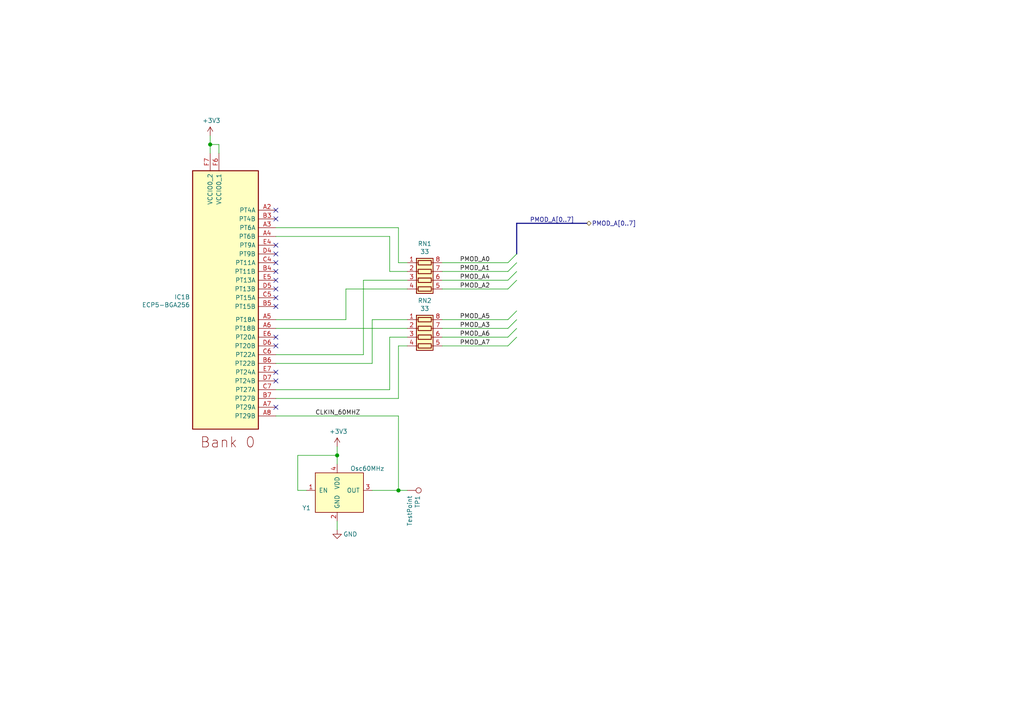
<source format=kicad_sch>
(kicad_sch (version 20210621) (generator eeschema)
  (paper "A4")
  (title_block (title "LUNA: Clock and PMOD") (date "2021-03-10") (rev "r0") (company "Copyright 2019-2021 Great Scott Gadgets") (comment 1 "Katherine J. Temkin") (comment 3 "Licensed under the CERN-OHL-P v2"))
  (lib_symbols
    (symbol "Connector:TestPoint" (pin_numbers hide) (pin_names (offset 0.762) hide)
      (property "Reference" "TP" (at 0 6.858 0))
      (property "Value" "TestPoint" (at 0 5.08 0))
      (symbol "TestPoint_0_1"
        (circle (center 0 3.302) (radius 0.762))
      )
      (symbol "TestPoint_1_1"
        (pin passive line (at 0 0 90) (length 2.54) (name "1") (number "1"))
      )
    )
    (symbol "Device:R_Pack04" (pin_names (offset 0) hide)
      (property "Reference" "RN" (at -7.62 0 90))
      (property "Value" "R_Pack04" (at 5.08 0 90))
      (symbol "R_Pack04_0_1"
        (rectangle (start -5.715 1.905) (end -4.445 -1.905) (stroke (width 0.254)))
        (rectangle (start -3.175 1.905) (end -1.905 -1.905) (stroke (width 0.254)))
        (rectangle (start -0.635 1.905) (end 0.635 -1.905) (stroke (width 0.254)))
        (rectangle (start 1.905 1.905) (end 3.175 -1.905) (stroke (width 0.254)))
        (rectangle (start -6.35 -2.413) (end 3.81 2.413) (stroke (width 0.254)) (fill (type background)))
        (polyline (pts (xy -5.08 -2.54) (xy -5.08 -1.905)))
        (polyline (pts (xy -5.08 1.905) (xy -5.08 2.54)))
        (polyline (pts (xy -2.54 -2.54) (xy -2.54 -1.905)))
        (polyline (pts (xy -2.54 1.905) (xy -2.54 2.54)))
        (polyline (pts (xy 0 -2.54) (xy 0 -1.905)))
        (polyline (pts (xy 0 1.905) (xy 0 2.54)))
        (polyline (pts (xy 2.54 -2.54) (xy 2.54 -1.905)))
        (polyline (pts (xy 2.54 1.905) (xy 2.54 2.54)))
      )
      (symbol "R_Pack04_1_1"
        (pin passive line (at -5.08 -5.08 90) (length 2.54) (name "R1.1") (number "1"))
        (pin passive line (at -2.54 -5.08 90) (length 2.54) (name "R2.1") (number "2"))
        (pin passive line (at 0 -5.08 90) (length 2.54) (name "R3.1") (number "3"))
        (pin passive line (at 2.54 -5.08 90) (length 2.54) (name "R4.1") (number "4"))
        (pin passive line (at 2.54 5.08 270) (length 2.54) (name "R4.2") (number "5"))
        (pin passive line (at 0 5.08 270) (length 2.54) (name "R3.2") (number "6"))
        (pin passive line (at -2.54 5.08 270) (length 2.54) (name "R2.2") (number "7"))
        (pin passive line (at -5.08 5.08 270) (length 2.54) (name "R1.2") (number "8"))
      )
    )
    (symbol "fpgas_and_processors:ECP5-BGA256" (pin_names (offset 0.762))
      (property "Reference" "IC" (at -2.54 1.27 0))
      (property "Value" "ECP5-BGA256" (at 10.16 1.27 0))
      (symbol "ECP5-BGA256_1_0"
        (rectangle (start 5.08 0) (end 33.02 -71.12) (stroke (width 0.3048)) (fill (type background)))
      )
      (symbol "ECP5-BGA256_1_1"
        (text "FPGA Supplies" (at 19.05 -76.2 0) (effects (font (size 2.9972 2.9972))))
        (pin power_in line (at 38.1 -2.54 180) (length 5.08) (name "GND_1") (number "A1"))
        (pin power_in line (at 38.1 -5.08 180) (length 5.08) (name "GND_2") (number "A16"))
        (pin power_in line (at 38.1 -10.16 180) (length 5.08) (name "GND_4") (number "D15"))
        (pin power_in line (at 38.1 -7.62 180) (length 5.08) (name "GND_3") (number "D2"))
        (pin power_in line (at 38.1 -12.7 180) (length 5.08) (name "GND_5") (number "F8"))
        (pin power_in line (at 38.1 -15.24 180) (length 5.08) (name "GND_6") (number "F9"))
        (pin power_in line (at 38.1 -20.32 180) (length 5.08) (name "GND_8") (number "G10"))
        (pin power_in line (at 0 -66.04 0) (length 5.08) (name "VCCAUX_1") (number "G11"))
        (pin power_in line (at 0 -2.54 0) (length 5.08) (name "VCC_1") (number "G6"))
        (pin power_in line (at 0 -5.08 0) (length 5.08) (name "VCC_2") (number "G7"))
        (pin power_in line (at 38.1 -17.78 180) (length 5.08) (name "GND_7") (number "G8"))
        (pin power_in line (at 0 -7.62 0) (length 5.08) (name "VCC_3") (number "G9"))
        (pin power_in line (at 38.1 -22.86 180) (length 5.08) (name "GND_9") (number "H1"))
        (pin power_in line (at 38.1 -30.48 180) (length 5.08) (name "GND_12") (number "H10"))
        (pin power_in line (at 38.1 -33.02 180) (length 5.08) (name "GND_13") (number "H16"))
        (pin power_in line (at 38.1 -25.4 180) (length 5.08) (name "GND_10") (number "H8"))
        (pin power_in line (at 38.1 -27.94 180) (length 5.08) (name "GND_11") (number "H9"))
        (pin power_in line (at 38.1 -40.64 180) (length 5.08) (name "GND_16") (number "J10"))
        (pin power_in line (at 38.1 -35.56 180) (length 5.08) (name "GND_14") (number "J8"))
        (pin power_in line (at 38.1 -38.1 180) (length 5.08) (name "GND_15") (number "J9"))
        (pin power_in line (at 38.1 -53.34 180) (length 5.08) (name "GND_21") (number "K10"))
        (pin power_in line (at 38.1 -43.18 180) (length 5.08) (name "GND_17") (number "K6"))
        (pin power_in line (at 38.1 -45.72 180) (length 5.08) (name "GND_18") (number "K7"))
        (pin power_in line (at 38.1 -48.26 180) (length 5.08) (name "GND_19") (number "K8"))
        (pin power_in line (at 38.1 -50.8 180) (length 5.08) (name "GND_20") (number "K9"))
        (pin power_in line (at 0 -15.24 0) (length 5.08) (name "VCC_6") (number "L10"))
        (pin power_in line (at 0 -68.58 0) (length 5.08) (name "VCCAUX_2") (number "L7"))
        (pin power_in line (at 0 -10.16 0) (length 5.08) (name "VCC_4") (number "L8"))
        (pin power_in line (at 0 -12.7 0) (length 5.08) (name "VCC_5") (number "L9"))
        (pin power_in line (at 38.1 -58.42 180) (length 5.08) (name "GND_23") (number "N15"))
        (pin power_in line (at 38.1 -55.88 180) (length 5.08) (name "GND_22") (number "N2"))
        (pin power_in line (at 38.1 -60.96 180) (length 5.08) (name "GND_24") (number "T1"))
        (pin power_in line (at 38.1 -66.04 180) (length 5.08) (name "GND_26") (number "T12"))
        (pin power_in line (at 38.1 -68.58 180) (length 5.08) (name "GND_27") (number "T16"))
        (pin power_in line (at 38.1 -63.5 180) (length 5.08) (name "GND_25") (number "T5"))
      )
      (symbol "ECP5-BGA256_2_1"
        (text "Bank 0" (at 10.16 -78.74 0) (effects (font (size 2.9972 2.9972))))
        (rectangle (start 0 0) (end 19.05 -74.93) (stroke (width 0.3048)) (fill (type background)))
        (pin bidirectional line (at 24.13 -11.43 180) (length 5.08) (name "PT4A") (number "A2"))
        (pin bidirectional line (at 24.13 -16.51 180) (length 5.08) (name "PT6A") (number "A3"))
        (pin bidirectional line (at 24.13 -19.05 180) (length 5.08) (name "PT6B") (number "A4"))
        (pin bidirectional line (at 24.13 -43.18 180) (length 5.08) (name "PT18A") (number "A5"))
        (pin bidirectional line (at 24.13 -45.72 180) (length 5.08) (name "PT18B") (number "A6"))
        (pin bidirectional line (at 24.13 -68.58 180) (length 5.08) (name "PT29A") (number "A7"))
        (pin bidirectional line (at 24.13 -71.12 180) (length 5.08) (name "PT29B") (number "A8"))
        (pin bidirectional line (at 24.13 -13.97 180) (length 5.08) (name "PT4B") (number "B3"))
        (pin bidirectional line (at 24.13 -29.21 180) (length 5.08) (name "PT11B") (number "B4"))
        (pin bidirectional line (at 24.13 -39.37 180) (length 5.08) (name "PT15B") (number "B5"))
        (pin bidirectional line (at 24.13 -55.88 180) (length 5.08) (name "PT22B") (number "B6"))
        (pin bidirectional line (at 24.13 -66.04 180) (length 5.08) (name "PT27B") (number "B7"))
        (pin bidirectional line (at 24.13 -26.67 180) (length 5.08) (name "PT11A") (number "C4"))
        (pin bidirectional line (at 24.13 -36.83 180) (length 5.08) (name "PT15A") (number "C5"))
        (pin bidirectional line (at 24.13 -53.34 180) (length 5.08) (name "PT22A") (number "C6"))
        (pin bidirectional line (at 24.13 -63.5 180) (length 5.08) (name "PT27A") (number "C7"))
        (pin bidirectional line (at 24.13 -24.13 180) (length 5.08) (name "PT9B") (number "D4"))
        (pin bidirectional line (at 24.13 -34.29 180) (length 5.08) (name "PT13B") (number "D5"))
        (pin bidirectional line (at 24.13 -50.8 180) (length 5.08) (name "PT20B") (number "D6"))
        (pin bidirectional line (at 24.13 -60.96 180) (length 5.08) (name "PT24B") (number "D7"))
        (pin bidirectional line (at 24.13 -21.59 180) (length 5.08) (name "PT9A") (number "E4"))
        (pin bidirectional line (at 24.13 -31.75 180) (length 5.08) (name "PT13A") (number "E5"))
        (pin bidirectional line (at 24.13 -48.26 180) (length 5.08) (name "PT20A") (number "E6"))
        (pin bidirectional line (at 24.13 -58.42 180) (length 5.08) (name "PT24A") (number "E7"))
        (pin power_in line (at 7.62 5.08 270) (length 5.08) (name "VCCIO0_1") (number "F6"))
        (pin power_in line (at 5.08 5.08 270) (length 5.08) (name "VCCIO0_2") (number "F7"))
      )
      (symbol "ECP5-BGA256_3_0"
        (rectangle (start 0 0) (end 21.59 -93.98) (stroke (width 0.3048)) (fill (type background)))
      )
      (symbol "ECP5-BGA256_3_1"
        (text "Bank 1" (at 8.89 -96.52 0) (effects (font (size 2.9972 2.9972))))
        (pin bidirectional line (at 26.67 -34.29 180) (length 5.08) (name "PT42B") (number "A10"))
        (pin bidirectional line (at 26.67 -57.15 180) (length 5.08) (name "PT53A") (number "A11"))
        (pin bidirectional line (at 26.67 -59.69 180) (length 5.08) (name "PT53B") (number "A12"))
        (pin bidirectional line (at 26.67 -82.55 180) (length 5.08) (name "PT65A") (number "A13"))
        (pin bidirectional line (at 26.67 -85.09 180) (length 5.08) (name "PT65B") (number "A14"))
        (pin bidirectional line (at 26.67 -90.17 180) (length 5.08) (name "PT67B") (number "A15"))
        (pin bidirectional line (at 26.67 -31.75 180) (length 5.08) (name "PT42A") (number "A9"))
        (pin bidirectional line (at 26.67 -36.83 180) (length 5.08) (name "PT44A") (number "B10"))
        (pin bidirectional line (at 26.67 -46.99 180) (length 5.08) (name "PT49A") (number "B11"))
        (pin bidirectional line (at 26.67 -62.23 180) (length 5.08) (name "PT56A") (number "B12"))
        (pin bidirectional line (at 26.67 -72.39 180) (length 5.08) (name "PT60A") (number "B13"))
        (pin bidirectional line (at 26.67 -87.63 180) (length 5.08) (name "PT67A") (number "B14"))
        (pin bidirectional line (at 26.67 -19.05 180) (length 5.08) (name "PT35B") (number "B8"))
        (pin bidirectional line (at 26.67 -21.59 180) (length 5.08) (name "PT38A") (number "B9"))
        (pin bidirectional line (at 26.67 -39.37 180) (length 5.08) (name "PT44B") (number "C10"))
        (pin bidirectional line (at 26.67 -49.53 180) (length 5.08) (name "PT49B") (number "C11"))
        (pin bidirectional line (at 26.67 -64.77 180) (length 5.08) (name "PT56B") (number "C12"))
        (pin bidirectional line (at 26.67 -74.93 180) (length 5.08) (name "PT60B") (number "C13"))
        (pin bidirectional line (at 26.67 -16.51 180) (length 5.08) (name "PT35A") (number "C8"))
        (pin bidirectional line (at 26.67 -24.13 180) (length 5.08) (name "PT38B") (number "C9"))
        (pin bidirectional line (at 26.67 -41.91 180) (length 5.08) (name "PT47A") (number "D10"))
        (pin bidirectional line (at 26.67 -52.07 180) (length 5.08) (name "PT51A") (number "D11"))
        (pin bidirectional line (at 26.67 -67.31 180) (length 5.08) (name "PT58A") (number "D12"))
        (pin bidirectional line (at 26.67 -77.47 180) (length 5.08) (name "PT62A") (number "D13"))
        (pin bidirectional line (at 26.67 -13.97 180) (length 5.08) (name "PT33B") (number "D8"))
        (pin bidirectional line (at 26.67 -26.67 180) (length 5.08) (name "PT40A") (number "D9"))
        (pin bidirectional line (at 26.67 -44.45 180) (length 5.08) (name "PT47B") (number "E10"))
        (pin bidirectional line (at 26.67 -54.61 180) (length 5.08) (name "PT51B") (number "E11"))
        (pin bidirectional line (at 26.67 -69.85 180) (length 5.08) (name "PT58B") (number "E12"))
        (pin bidirectional line (at 26.67 -80.01 180) (length 5.08) (name "PT62B") (number "E13"))
        (pin bidirectional line (at 26.67 -11.43 180) (length 5.08) (name "PT33A") (number "E8"))
        (pin bidirectional line (at 26.67 -29.21 180) (length 5.08) (name "PT40B") (number "E9"))
        (pin power_in line (at 6.35 5.08 270) (length 5.08) (name "VCCIO1_1") (number "F10"))
        (pin power_in line (at 3.81 5.08 270) (length 5.08) (name "VCCIO1_2") (number "F11"))
      )
      (symbol "ECP5-BGA256_4_1"
        (text "Bank 2" (at 10.16 -97.79 0) (effects (font (size 2.9972 2.9972))))
        (rectangle (start 0 0) (end 19.05 -93.98) (stroke (width 0.3048)) (fill (type background)))
        (pin bidirectional line (at 24.13 -13.97 180) (length 5.08) (name "PR2B") (number "B15"))
        (pin bidirectional line (at 24.13 -11.43 180) (length 5.08) (name "PR2A") (number "B16"))
        (pin bidirectional line (at 24.13 -16.51 180) (length 5.08) (name "PR2C") (number "C14"))
        (pin bidirectional line (at 24.13 -24.13 180) (length 5.08) (name "PR5B") (number "C15"))
        (pin bidirectional line (at 24.13 -21.59 180) (length 5.08) (name "PR5A") (number "C16"))
        (pin bidirectional line (at 24.13 -19.05 180) (length 5.08) (name "PR2D") (number "D14"))
        (pin bidirectional line (at 24.13 -31.75 180) (length 5.08) (name "PR8A") (number "D16"))
        (pin bidirectional line (at 24.13 -26.67 180) (length 5.08) (name "PR5C") (number "E14"))
        (pin bidirectional line (at 24.13 -34.29 180) (length 5.08) (name "PR8B") (number "E15"))
        (pin bidirectional line (at 24.13 -49.53 180) (length 5.08) (name "PR11D") (number "E16"))
        (pin bidirectional line (at 24.13 -39.37 180) (length 5.08) (name "PR8D") (number "F12"))
        (pin bidirectional line (at 24.13 -36.83 180) (length 5.08) (name "PR8C") (number "F13"))
        (pin bidirectional line (at 24.13 -29.21 180) (length 5.08) (name "PR5D") (number "F14"))
        (pin bidirectional line (at 24.13 -46.99 180) (length 5.08) (name "PR11C") (number "F15"))
        (pin bidirectional line (at 24.13 -52.07 180) (length 5.08) (name "PR14A") (number "F16"))
        (pin bidirectional line (at 24.13 -41.91 180) (length 5.08) (name "PR11A") (number "G12"))
        (pin bidirectional line (at 24.13 -44.45 180) (length 5.08) (name "PR11B") (number "G13"))
        (pin bidirectional line (at 24.13 -57.15 180) (length 5.08) (name "PR14C") (number "G14"))
        (pin bidirectional line (at 24.13 -54.61 180) (length 5.08) (name "PR14B") (number "G15"))
        (pin bidirectional line (at 24.13 -72.39 180) (length 5.08) (name "PR20A") (number "G16"))
        (pin power_in line (at 3.81 5.08 270) (length 5.08) (name "VCCIO2_1") (number "H11"))
        (pin bidirectional line (at 24.13 -62.23 180) (length 5.08) (name "PR17A") (number "H12"))
        (pin bidirectional line (at 24.13 -64.77 180) (length 5.08) (name "PR17B") (number "H13"))
        (pin bidirectional line (at 24.13 -59.69 180) (length 5.08) (name "PR14D") (number "H14"))
        (pin bidirectional line (at 24.13 -74.93 180) (length 5.08) (name "PR20B") (number "H15"))
        (pin power_in line (at 6.35 5.08 270) (length 5.08) (name "VCCIO2_2") (number "J11"))
        (pin bidirectional line (at 24.13 -69.85 180) (length 5.08) (name "PR17D") (number "J12"))
        (pin bidirectional line (at 24.13 -67.31 180) (length 5.08) (name "PR17C") (number "J13"))
        (pin bidirectional line (at 24.13 -77.47 180) (length 5.08) (name "PR20C") (number "J14"))
        (pin bidirectional line (at 24.13 -85.09 180) (length 5.08) (name "PR23B") (number "J15"))
        (pin bidirectional line (at 24.13 -82.55 180) (length 5.08) (name "PR23A") (number "J16"))
        (pin bidirectional line (at 24.13 -80.01 180) (length 5.08) (name "PR20D") (number "K14"))
        (pin bidirectional line (at 24.13 -90.17 180) (length 5.08) (name "PR23D") (number "K15"))
        (pin bidirectional line (at 24.13 -87.63 180) (length 5.08) (name "PR23C") (number "K16"))
      )
      (symbol "ECP5-BGA256_5_0"
        (rectangle (start 0 0) (end 20.32 -91.44) (stroke (width 0.3048)) (fill (type background)))
      )
      (symbol "ECP5-BGA256_5_1"
        (text "Bank 3" (at 15.24 -96.52 0) (effects (font (size 2.9972 2.9972))))
        (pin power_in line (at 3.81 5.08 270) (length 5.08) (name "VCCIO3_1") (number "K11"))
        (pin bidirectional line (at 25.4 -22.86 180) (length 5.08) (name "PR29B") (number "K12"))
        (pin bidirectional line (at 25.4 -20.32 180) (length 5.08) (name "PR29A") (number "K13"))
        (pin power_in line (at 6.35 5.08 270) (length 5.08) (name "VCCIO3_2") (number "L11"))
        (pin bidirectional line (at 25.4 -27.94 180) (length 5.08) (name "PR29D") (number "L12"))
        (pin bidirectional line (at 25.4 -25.4 180) (length 5.08) (name "PR29C") (number "L13"))
        (pin bidirectional line (at 25.4 -35.56 180) (length 5.08) (name "PR32C") (number "L14"))
        (pin bidirectional line (at 25.4 -12.7 180) (length 5.08) (name "PR26B") (number "L15"))
        (pin bidirectional line (at 25.4 -10.16 180) (length 5.08) (name "PR26A") (number "L16"))
        (pin bidirectional line (at 25.4 -81.28 180) (length 5.08) (name "PR47A") (number "M11"))
        (pin bidirectional line (at 25.4 -76.2 180) (length 5.08) (name "PR44C") (number "M12"))
        (pin bidirectional line (at 25.4 -45.72 180) (length 5.08) (name "PR35C") (number "M13"))
        (pin bidirectional line (at 25.4 -38.1 180) (length 5.08) (name "PR32D") (number "M14"))
        (pin bidirectional line (at 25.4 -17.78 180) (length 5.08) (name "PR26D") (number "M15"))
        (pin bidirectional line (at 25.4 -15.24 180) (length 5.08) (name "PR26C") (number "M16"))
        (pin bidirectional line (at 25.4 -83.82 180) (length 5.08) (name "PR47B") (number "N11"))
        (pin bidirectional line (at 25.4 -78.74 180) (length 5.08) (name "PR44D") (number "N12"))
        (pin bidirectional line (at 25.4 -50.8 180) (length 5.08) (name "PR38A") (number "N13"))
        (pin bidirectional line (at 25.4 -48.26 180) (length 5.08) (name "PR35D") (number "N14"))
        (pin bidirectional line (at 25.4 -30.48 180) (length 5.08) (name "PR32A") (number "N16"))
        (pin bidirectional line (at 25.4 -86.36 180) (length 5.08) (name "PR47C") (number "P11"))
        (pin bidirectional line (at 25.4 -88.9 180) (length 5.08) (name "PR47D") (number "P12"))
        (pin bidirectional line (at 25.4 -60.96 180) (length 5.08) (name "PR41A") (number "P13"))
        (pin bidirectional line (at 25.4 -53.34 180) (length 5.08) (name "PR38B") (number "P14"))
        (pin bidirectional line (at 25.4 -33.02 180) (length 5.08) (name "PR32B") (number "P15"))
        (pin bidirectional line (at 25.4 -40.64 180) (length 5.08) (name "PR35A") (number "P16"))
        (pin bidirectional line (at 25.4 -71.12 180) (length 5.08) (name "PR44A") (number "R12"))
        (pin bidirectional line (at 25.4 -66.04 180) (length 5.08) (name "PR41C") (number "R13"))
        (pin bidirectional line (at 25.4 -63.5 180) (length 5.08) (name "PR41B") (number "R14"))
        (pin bidirectional line (at 25.4 -55.88 180) (length 5.08) (name "PR38C") (number "R15"))
        (pin bidirectional line (at 25.4 -43.18 180) (length 5.08) (name "PR35B") (number "R16"))
        (pin bidirectional line (at 25.4 -73.66 180) (length 5.08) (name "PR44B") (number "T13"))
        (pin bidirectional line (at 25.4 -68.58 180) (length 5.08) (name "PR41D") (number "T14"))
        (pin bidirectional line (at 25.4 -58.42 180) (length 5.08) (name "PR38D") (number "T15"))
      )
      (symbol "ECP5-BGA256_6_1"
        (text "Bank 6" (at 11.43 -110.49 0) (effects (font (size 2.9972 2.9972))))
        (rectangle (start 0 0) (end 19.05 -106.68) (stroke (width 0.3048)) (fill (type background)))
        (pin power_in line (at 3.81 5.08 270) (length 5.08) (name "VCCIO6_1") (number "J6"))
        (pin power_in line (at 6.35 5.08 270) (length 5.08) (name "VCCIO6_2") (number "J7"))
        (pin bidirectional line (at 24.13 -25.4 180) (length 5.08) (name "PL29A") (number "K4"))
        (pin bidirectional line (at 24.13 -27.94 180) (length 5.08) (name "PL29B") (number "K5"))
        (pin bidirectional line (at 24.13 -13.97 180) (length 5.08) (name "PL26A") (number "L1"))
        (pin bidirectional line (at 24.13 -16.51 180) (length 5.08) (name "PL26B") (number "L2"))
        (pin bidirectional line (at 24.13 -41.91 180) (length 5.08) (name "PL32C") (number "L3"))
        (pin bidirectional line (at 24.13 -30.48 180) (length 5.08) (name "PL29C") (number "L4"))
        (pin bidirectional line (at 24.13 -33.02 180) (length 5.08) (name "PL29D") (number "L5"))
        (pin bidirectional line (at 24.13 -19.05 180) (length 5.08) (name "PL26C") (number "M1"))
        (pin bidirectional line (at 24.13 -21.59 180) (length 5.08) (name "PL26D") (number "M2"))
        (pin bidirectional line (at 24.13 -44.45 180) (length 5.08) (name "PL32D") (number "M3"))
        (pin bidirectional line (at 24.13 -53.34 180) (length 5.08) (name "PL35C") (number "M4"))
        (pin bidirectional line (at 24.13 -78.74 180) (length 5.08) (name "PL44C") (number "M5"))
        (pin bidirectional line (at 24.13 -96.52 180) (length 5.08) (name "PL47A") (number "M6"))
        (pin bidirectional line (at 24.13 -36.83 180) (length 5.08) (name "PL32A") (number "N1"))
        (pin bidirectional line (at 24.13 -55.88 180) (length 5.08) (name "PL35D") (number "N3"))
        (pin bidirectional line (at 24.13 -60.96 180) (length 5.08) (name "PL38A") (number "N4"))
        (pin bidirectional line (at 24.13 -81.28 180) (length 5.08) (name "PL44D") (number "N5"))
        (pin bidirectional line (at 24.13 -99.06 180) (length 5.08) (name "PL47B") (number "N6"))
        (pin bidirectional line (at 24.13 -48.26 180) (length 5.08) (name "PL35A") (number "P1"))
        (pin bidirectional line (at 24.13 -39.37 180) (length 5.08) (name "PL32B") (number "P2"))
        (pin bidirectional line (at 24.13 -63.5 180) (length 5.08) (name "PL38B") (number "P3"))
        (pin bidirectional line (at 24.13 -85.09 180) (length 5.08) (name "PL41A") (number "P4"))
        (pin bidirectional line (at 24.13 -101.6 180) (length 5.08) (name "PL47D") (number "P5"))
        (pin bidirectional line (at 24.13 -104.14 180) (length 5.08) (name "PL47C") (number "P6"))
        (pin bidirectional line (at 24.13 -50.8 180) (length 5.08) (name "PL35B") (number "R1"))
        (pin bidirectional line (at 24.13 -66.04 180) (length 5.08) (name "PL38C") (number "R2"))
        (pin bidirectional line (at 24.13 -87.63 180) (length 5.08) (name "PL41B") (number "R3"))
        (pin bidirectional line (at 24.13 -90.17 180) (length 5.08) (name "PL41C") (number "R4"))
        (pin bidirectional line (at 24.13 -73.66 180) (length 5.08) (name "PL44A") (number "R5"))
        (pin bidirectional line (at 24.13 -68.58 180) (length 5.08) (name "PL38D") (number "T2"))
        (pin bidirectional line (at 24.13 -92.71 180) (length 5.08) (name "PL41D") (number "T3"))
        (pin bidirectional line (at 24.13 -76.2 180) (length 5.08) (name "PL44B") (number "T4"))
      )
      (symbol "ECP5-BGA256_7_1"
        (text "Bank 7" (at 12.7 -113.03 0) (effects (font (size 2.9972 2.9972))))
        (rectangle (start 0 0) (end 20.32 -109.22) (stroke (width 0.3048)) (fill (type background)))
        (pin bidirectional line (at 25.4 -10.16 180) (length 5.08) (name "PL2A") (number "B1"))
        (pin bidirectional line (at 25.4 -12.7 180) (length 5.08) (name "PL2B") (number "B2"))
        (pin bidirectional line (at 25.4 -22.86 180) (length 5.08) (name "PL5A") (number "C1"))
        (pin bidirectional line (at 25.4 -25.4 180) (length 5.08) (name "PL5B") (number "C2"))
        (pin bidirectional line (at 25.4 -15.24 180) (length 5.08) (name "PL2C") (number "C3"))
        (pin bidirectional line (at 25.4 -35.56 180) (length 5.08) (name "PL8A") (number "D1"))
        (pin bidirectional line (at 25.4 -17.78 180) (length 5.08) (name "PL2D") (number "D3"))
        (pin bidirectional line (at 25.4 -54.61 180) (length 5.08) (name "PL11D") (number "E1"))
        (pin bidirectional line (at 25.4 -38.1 180) (length 5.08) (name "PL8B") (number "E2"))
        (pin bidirectional line (at 25.4 -27.94 180) (length 5.08) (name "PL5C") (number "E3"))
        (pin bidirectional line (at 25.4 -59.69 180) (length 5.08) (name "PL14A") (number "F1"))
        (pin bidirectional line (at 25.4 -52.07 180) (length 5.08) (name "PL11C") (number "F2"))
        (pin bidirectional line (at 25.4 -30.48 180) (length 5.08) (name "PL5D") (number "F3"))
        (pin bidirectional line (at 25.4 -40.64 180) (length 5.08) (name "PL8C") (number "F4"))
        (pin bidirectional line (at 25.4 -43.18 180) (length 5.08) (name "PL8D") (number "F5"))
        (pin bidirectional line (at 25.4 -82.55 180) (length 5.08) (name "PL20A") (number "G1"))
        (pin bidirectional line (at 25.4 -62.23 180) (length 5.08) (name "PL14B") (number "G2"))
        (pin bidirectional line (at 25.4 -64.77 180) (length 5.08) (name "PL14C") (number "G3"))
        (pin bidirectional line (at 25.4 -49.53 180) (length 5.08) (name "PL11B") (number "G4"))
        (pin bidirectional line (at 25.4 -46.99 180) (length 5.08) (name "PL11A") (number "G5"))
        (pin bidirectional line (at 25.4 -85.09 180) (length 5.08) (name "PL20B") (number "H2"))
        (pin bidirectional line (at 25.4 -67.31 180) (length 5.08) (name "PL14D") (number "H3"))
        (pin bidirectional line (at 25.4 -73.66 180) (length 5.08) (name "PL17B") (number "H4"))
        (pin bidirectional line (at 25.4 -71.12 180) (length 5.08) (name "PL17A") (number "H5"))
        (pin power_in line (at 7.62 5.08 270) (length 5.08) (name "VCCIO7_1") (number "H6"))
        (pin power_in line (at 5.08 5.08 270) (length 5.08) (name "VCCIO7_2") (number "H7"))
        (pin bidirectional line (at 25.4 -95.25 180) (length 5.08) (name "PL23A") (number "J1"))
        (pin bidirectional line (at 25.4 -97.79 180) (length 5.08) (name "PL23B") (number "J2"))
        (pin bidirectional line (at 25.4 -87.63 180) (length 5.08) (name "PL20C") (number "J3"))
        (pin bidirectional line (at 25.4 -76.2 180) (length 5.08) (name "PL17C") (number "J4"))
        (pin bidirectional line (at 25.4 -78.74 180) (length 5.08) (name "PL17D") (number "J5"))
        (pin bidirectional line (at 25.4 -100.33 180) (length 5.08) (name "PL23C") (number "K1"))
        (pin bidirectional line (at 25.4 -102.87 180) (length 5.08) (name "PL23D") (number "K2"))
        (pin bidirectional line (at 25.4 -90.17 180) (length 5.08) (name "PL20D") (number "K3"))
      )
      (symbol "ECP5-BGA256_8_0"
        (text "(Config)" (at 13.97 -97.79 0) (effects (font (size 2.9972 2.9972))))
        (text "Bank 8" (at 13.97 -92.71 0) (effects (font (size 2.9972 2.9972))))
      )
      (symbol "ECP5-BGA256_8_1"
        (rectangle (start 0 0) (end 21.59 -88.9) (stroke (width 0.3048)) (fill (type background)))
        (pin power_in line (at 5.08 5.08 270) (length 5.08) (name "VCCIO8") (number "L6"))
        (pin output line (at 26.67 -57.15 180) (length 5.08) (name "TDO") (number "M10"))
        (pin bidirectional line (at 26.67 -24.13 180) (length 5.08) (name "D2/PB9B") (number "M7"))
        (pin bidirectional line (at 26.67 -39.37 180) (length 5.08) (name "DOUT/CSON/PB15B") (number "M8"))
        (pin bidirectional line (at 26.67 -41.91 180) (length 5.08) (name "WRITEEN/PB18A") (number "M9"))
        (pin input line (at 26.67 -68.58 180) (length 5.08) (name "CFG_0") (number "N10"))
        (pin bidirectional line (at 26.67 -21.59 180) (length 5.08) (name "D3/PB9A") (number "N7"))
        (pin bidirectional line (at 26.67 -36.83 180) (length 5.08) (name "HOLDN/DI/PB15A") (number "N8"))
        (pin bidirectional line (at 26.67 -63.5 180) (length 5.08) (name "MCLK/SCLK/CCLK") (number "N9"))
        (pin input line (at 26.67 -71.12 180) (length 5.08) (name "CFG_1") (number "P10"))
        (pin bidirectional line (at 26.67 -19.05 180) (length 5.08) (name "D4/COPI2/PB6B") (number "P7"))
        (pin bidirectional line (at 26.67 -34.29 180) (length 5.08) (name "CS1N/PB13B") (number "P8"))
        (pin bidirectional line (at 26.67 -80.01 180) (length 5.08) (name "DONE") (number "P9"))
        (pin input line (at 26.67 -73.66 180) (length 5.08) (name "CFG_2") (number "R10"))
        (pin input line (at 26.67 -54.61 180) (length 5.08) (name "TDI") (number "R11"))
        (pin bidirectional line (at 26.67 -13.97 180) (length 5.08) (name "D6/PB4B") (number "R6"))
        (pin bidirectional line (at 26.67 -16.51 180) (length 5.08) (name "D5/CIPO2/PB6A") (number "R7"))
        (pin bidirectional line (at 26.67 -31.75 180) (length 5.08) (name "SN/CSN/PB13A") (number "R8"))
        (pin bidirectional line (at 26.67 -85.09 180) (length 5.08) (name "PROGRAMN") (number "R9"))
        (pin input line (at 26.67 -52.07 180) (length 5.08) (name "TCK") (number "T10"))
        (pin input line (at 26.67 -49.53 180) (length 5.08) (name "TMS") (number "T11"))
        (pin bidirectional line (at 26.67 -11.43 180) (length 5.08) (name "D7/PB4A") (number "T6"))
        (pin bidirectional line (at 26.67 -26.67 180) (length 5.08) (name "D1/COPI/PB11A") (number "T7"))
        (pin bidirectional line (at 26.67 -29.21 180) (length 5.08) (name "D0/COPI/PB11B") (number "T8"))
        (pin bidirectional line (at 26.67 -82.55 180) (length 5.08) (name "INITN") (number "T9"))
      )
    )
    (symbol "power:+3V3" (power) (pin_names (offset 0))
      (property "Value" "+3V3" (at 0 3.556 0))
      (symbol "+3V3_0_1"
        (polyline (pts (xy -0.762 1.27) (xy 0 2.54)))
        (polyline (pts (xy 0 0) (xy 0 2.54)))
        (polyline (pts (xy 0 2.54) (xy 0.762 1.27)))
      )
      (symbol "+3V3_1_1"
        (pin power_in line (at 0 0 90) (length 0) hide (name "+3V3") (number "1"))
      )
    )
    (symbol "power:GND" (power) (pin_names (offset 0))
      (property "Value" "GND" (at 0 -3.81 0))
      (symbol "GND_0_1"
        (polyline (pts (xy 0 0) (xy 0 -1.27) (xy 1.27 -1.27) (xy 0 -2.54) (xy -1.27 -1.27) (xy 0 -1.27)))
      )
      (symbol "GND_1_1"
        (pin power_in line (at 0 0 270) (length 0) hide (name "GND") (number "1"))
      )
    )
    (symbol "support_hardware:DSC60xx" (pin_names (offset 1.016))
      (property "Reference" "Y" (at 0 1.27 0))
      (property "Value" "DSC60xx" (at 12.7 1.27 0))
      (symbol "DSC60xx_0_1"
        (rectangle (start 0 0) (end 13.97 -11.43) (stroke (width 0.2032)) (fill (type background)))
      )
      (symbol "DSC60xx_1_1"
        (pin input line (at -2.54 -5.08 0) (length 2.54) (name "EN") (number "1"))
        (pin power_in line (at 6.35 -13.97 90) (length 2.54) (name "GND") (number "2"))
        (pin output line (at 16.51 -5.08 180) (length 2.54) (name "OUT") (number "3"))
        (pin power_in line (at 6.35 2.54 270) (length 2.54) (name "VDD") (number "4"))
      )
    )
  )
  (junction (at 60.96 41.91) (diameter 1.016))
  (junction (at 97.79 132.08) (diameter 1.016))
  (junction (at 115.57 142.24) (diameter 1.016))
  (no_connect (at 80.01 60.96))
  (no_connect (at 80.01 63.5))
  (no_connect (at 80.01 71.12))
  (no_connect (at 80.01 73.66))
  (no_connect (at 80.01 76.2))
  (no_connect (at 80.01 78.74))
  (no_connect (at 80.01 81.28))
  (no_connect (at 80.01 83.82))
  (no_connect (at 80.01 86.36))
  (no_connect (at 80.01 88.9))
  (no_connect (at 80.01 97.79))
  (no_connect (at 80.01 100.33))
  (no_connect (at 80.01 107.95))
  (no_connect (at 80.01 110.49))
  (no_connect (at 80.01 118.11))
  (bus_entry (at 147.32 76.2) (size 2.54 -2.54))
  (bus_entry (at 147.32 78.74) (size 2.54 -2.54))
  (bus_entry (at 147.32 81.28) (size 2.54 -2.54))
  (bus_entry (at 147.32 83.82) (size 2.54 -2.54))
  (bus_entry (at 147.32 92.71) (size 2.54 -2.54))
  (bus_entry (at 147.32 95.25) (size 2.54 -2.54))
  (bus_entry (at 147.32 97.79) (size 2.54 -2.54))
  (bus_entry (at 147.32 100.33) (size 2.54 -2.54))
  (wire (pts (xy 60.96 41.91) (xy 60.96 39.37)))
  (wire (pts (xy 60.96 41.91) (xy 63.5 41.91)))
  (wire (pts (xy 60.96 44.45) (xy 60.96 41.91)))
  (wire (pts (xy 63.5 41.91) (xy 63.5 44.45)))
  (wire (pts (xy 80.01 66.04) (xy 115.57 66.04)))
  (wire (pts (xy 80.01 92.71) (xy 100.33 92.71)))
  (wire (pts (xy 80.01 95.25) (xy 118.11 95.25)))
  (wire (pts (xy 80.01 102.87) (xy 105.41 102.87)))
  (wire (pts (xy 80.01 105.41) (xy 107.95 105.41)))
  (wire (pts (xy 80.01 115.57) (xy 115.57 115.57)))
  (wire (pts (xy 80.01 120.65) (xy 115.57 120.65)))
  (wire (pts (xy 86.36 132.08) (xy 97.79 132.08)))
  (wire (pts (xy 86.36 142.24) (xy 86.36 132.08)))
  (wire (pts (xy 88.9 142.24) (xy 86.36 142.24)))
  (wire (pts (xy 97.79 129.54) (xy 97.79 132.08)))
  (wire (pts (xy 97.79 132.08) (xy 97.79 134.62)))
  (wire (pts (xy 97.79 153.67) (xy 97.79 151.13)))
  (wire (pts (xy 100.33 83.82) (xy 118.11 83.82)))
  (wire (pts (xy 100.33 92.71) (xy 100.33 83.82)))
  (wire (pts (xy 105.41 81.28) (xy 118.11 81.28)))
  (wire (pts (xy 105.41 102.87) (xy 105.41 81.28)))
  (wire (pts (xy 107.95 92.71) (xy 118.11 92.71)))
  (wire (pts (xy 107.95 105.41) (xy 107.95 92.71)))
  (wire (pts (xy 107.95 142.24) (xy 115.57 142.24)))
  (wire (pts (xy 113.03 68.58) (xy 80.01 68.58)))
  (wire (pts (xy 113.03 78.74) (xy 113.03 68.58)))
  (wire (pts (xy 113.03 97.79) (xy 113.03 113.03)))
  (wire (pts (xy 113.03 113.03) (xy 80.01 113.03)))
  (wire (pts (xy 115.57 66.04) (xy 115.57 76.2)))
  (wire (pts (xy 115.57 76.2) (xy 118.11 76.2)))
  (wire (pts (xy 115.57 100.33) (xy 118.11 100.33)))
  (wire (pts (xy 115.57 115.57) (xy 115.57 100.33)))
  (wire (pts (xy 115.57 120.65) (xy 115.57 142.24)))
  (wire (pts (xy 115.57 142.24) (xy 118.11 142.24)))
  (wire (pts (xy 118.11 78.74) (xy 113.03 78.74)))
  (wire (pts (xy 118.11 97.79) (xy 113.03 97.79)))
  (wire (pts (xy 128.27 76.2) (xy 147.32 76.2)))
  (wire (pts (xy 128.27 78.74) (xy 147.32 78.74)))
  (wire (pts (xy 128.27 81.28) (xy 147.32 81.28)))
  (wire (pts (xy 128.27 83.82) (xy 147.32 83.82)))
  (wire (pts (xy 128.27 92.71) (xy 147.32 92.71)))
  (wire (pts (xy 128.27 95.25) (xy 147.32 95.25)))
  (wire (pts (xy 128.27 97.79) (xy 147.32 97.79)))
  (wire (pts (xy 128.27 100.33) (xy 147.32 100.33)))
  (bus (pts (xy 149.86 64.77) (xy 149.86 102.87)))
  (bus (pts (xy 149.86 64.77) (xy 170.18 64.77)))
  (label "CLKIN_60MHZ" (at 91.44 120.65 0))
  (label "PMOD_A0" (at 133.35 76.2 0))
  (label "PMOD_A1" (at 133.35 78.74 0))
  (label "PMOD_A4" (at 133.35 81.28 0))
  (label "PMOD_A2" (at 133.35 83.82 0))
  (label "PMOD_A5" (at 133.35 92.71 0))
  (label "PMOD_A3" (at 133.35 95.25 0))
  (label "PMOD_A6" (at 133.35 97.79 0))
  (label "PMOD_A7" (at 133.35 100.33 0))
  (label "PMOD_A[0..7]" (at 153.67 64.77 0))
  (hierarchical_label "PMOD_A[0..7]" (shape bidirectional) (at 170.18 64.77 0))
  (symbol (lib_id "power:+3V3") (at 60.96 39.37 0) (unit 1)
    (property "Reference" "#PWR0105" (effects hide))
    (property "Value" "+3V3" (at 61.3156 34.9758 0))
  )
  (symbol (lib_id "power:+3V3") (at 97.79 129.54 0)
    (property "Reference" "#PWR011" (effects hide))
    (property "Value" "+3V3" (at 98.1456 125.1458 0))
  )
  (symbol (lib_id "Connector:TestPoint") (at 118.11 142.24 270)
    (property "Reference" "TP1" (at 121.1072 143.7132 0) (effects (justify left)))
    (property "Value" "TestPoint" (at 118.8212 143.7132 0) (effects (justify left)))
    (property "Footprint" "TestPoint:TestPoint_Pad_D1.0mm" (effects hide))
    (property "Note" "DNP" (effects hide))
  )
  (symbol (lib_id "power:GND") (at 97.79 153.67 0)
    (property "Reference" "#PWR018" (effects hide))
    (property "Value" "GND" (at 101.6 154.94 0))
  )
  (symbol (lib_id "Device:R_Pack04") (at 123.19 81.28 270)
    (property "Reference" "RN1" (at 123.19 70.6882 90))
    (property "Value" "33" (at 123.19 72.9996 90))
    (property "Footprint" "Resistor_SMD:R_Array_Convex_4x0402" (effects hide))
    (property "Description" "RES ARRAY 4 RES 33 OHM 0804" (effects hide))
    (property "Manufacturer" "Yageo" (effects hide))
    (property "Part Number" "YC124-JR-0733RL" (effects hide))
    (property "Substitution" "any equivalent" (effects hide))
  )
  (symbol (lib_id "Device:R_Pack04") (at 123.19 97.79 270)
    (property "Reference" "RN2" (at 123.19 87.1982 90))
    (property "Value" "33" (at 123.19 89.5096 90))
    (property "Footprint" "Resistor_SMD:R_Array_Convex_4x0402" (effects hide))
    (property "Description" "RES ARRAY 4 RES 33 OHM 0804" (effects hide))
    (property "Manufacturer" "Yageo" (effects hide))
    (property "Part Number" "YC124-JR-0733RL" (effects hide))
    (property "Substitution" "any equivalent" (effects hide))
  )
  (symbol (lib_id "support_hardware:DSC60xx") (at 91.44 137.16 0)
    (property "Reference" "Y1" (at 87.63 147.32 0) (effects (justify left)))
    (property "Value" "Osc60MHz" (at 101.6 135.89 0) (effects (justify left)))
    (property "Footprint" "Crystal:Crystal_SMD_3225-4Pin_3.2x2.5mm" (effects hide))
    (property "Description" "MEMS OSC XO 60.0000MHZ H/LV-CMOS" (effects hide))
    (property "Manufacturer" "SiTIME" (effects hide))
    (property "Part Number" "SIT1602BC-23-33E-60.000000E" (effects hide))
  )
  (symbol (lib_id "fpgas_and_processors:ECP5-BGA256") (at 55.88 49.53 0) (unit 2)
    (property "Reference" "IC1" (at 55.118 86.1568 0) (effects (justify right)))
    (property "Value" "ECP5-BGA256" (at 55.118 88.4428 0) (effects (justify right)))
    (property "Footprint" "luna:lattice_cabga256" (effects hide))
    (property "Description" "FPGA - Field Programmable Gate Array ECP5; 12k LUTs; 1.1V" (effects hide))
    (property "Manufacturer" "Lattice" (effects hide))
    (property "Part Number" "LFE5U-12F-6BG256C" (effects hide))
    (property "Substitution" "LFE5U-12F-*BG256*" (effects hide))
  )
)
</source>
